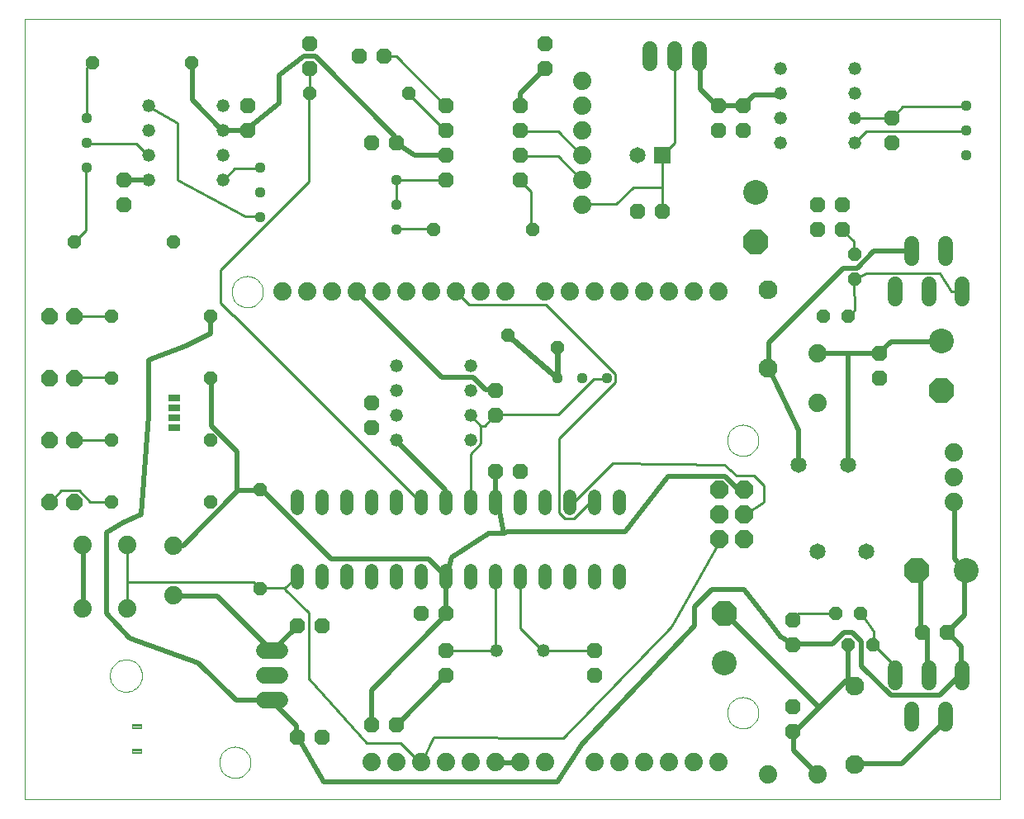
<source format=gtl>
G75*
%MOIN*%
%OFA0B0*%
%FSLAX24Y24*%
%IPPOS*%
%LPD*%
%AMOC8*
5,1,8,0,0,1.08239X$1,22.5*
%
%ADD10C,0.0000*%
%ADD11OC8,0.0630*%
%ADD12C,0.1000*%
%ADD13OC8,0.1000*%
%ADD14C,0.0650*%
%ADD15R,0.0650X0.0650*%
%ADD16C,0.0760*%
%ADD17C,0.0740*%
%ADD18C,0.0520*%
%ADD19C,0.0600*%
%ADD20OC8,0.0660*%
%ADD21R,0.0500X0.0250*%
%ADD22C,0.0040*%
%ADD23OC8,0.0740*%
%ADD24C,0.0440*%
%ADD25OC8,0.0520*%
%ADD26C,0.0520*%
%ADD27C,0.0660*%
%ADD28C,0.0100*%
%ADD29C,0.0197*%
%ADD30C,0.0240*%
%ADD31OC8,0.0560*%
D10*
X000100Y000100D02*
X000100Y031596D01*
X039470Y031596D01*
X039470Y000100D01*
X000100Y000100D01*
X003550Y005100D02*
X003552Y005150D01*
X003558Y005200D01*
X003568Y005250D01*
X003581Y005298D01*
X003598Y005346D01*
X003619Y005392D01*
X003643Y005436D01*
X003671Y005478D01*
X003702Y005518D01*
X003736Y005555D01*
X003773Y005590D01*
X003812Y005621D01*
X003853Y005650D01*
X003897Y005675D01*
X003943Y005697D01*
X003990Y005715D01*
X004038Y005729D01*
X004087Y005740D01*
X004137Y005747D01*
X004187Y005750D01*
X004238Y005749D01*
X004288Y005744D01*
X004338Y005735D01*
X004386Y005723D01*
X004434Y005706D01*
X004480Y005686D01*
X004525Y005663D01*
X004568Y005636D01*
X004608Y005606D01*
X004646Y005573D01*
X004681Y005537D01*
X004714Y005498D01*
X004743Y005457D01*
X004769Y005414D01*
X004792Y005369D01*
X004811Y005322D01*
X004826Y005274D01*
X004838Y005225D01*
X004846Y005175D01*
X004850Y005125D01*
X004850Y005075D01*
X004846Y005025D01*
X004838Y004975D01*
X004826Y004926D01*
X004811Y004878D01*
X004792Y004831D01*
X004769Y004786D01*
X004743Y004743D01*
X004714Y004702D01*
X004681Y004663D01*
X004646Y004627D01*
X004608Y004594D01*
X004568Y004564D01*
X004525Y004537D01*
X004480Y004514D01*
X004434Y004494D01*
X004386Y004477D01*
X004338Y004465D01*
X004288Y004456D01*
X004238Y004451D01*
X004187Y004450D01*
X004137Y004453D01*
X004087Y004460D01*
X004038Y004471D01*
X003990Y004485D01*
X003943Y004503D01*
X003897Y004525D01*
X003853Y004550D01*
X003812Y004579D01*
X003773Y004610D01*
X003736Y004645D01*
X003702Y004682D01*
X003671Y004722D01*
X003643Y004764D01*
X003619Y004808D01*
X003598Y004854D01*
X003581Y004902D01*
X003568Y004950D01*
X003558Y005000D01*
X003552Y005050D01*
X003550Y005100D01*
X007970Y001600D02*
X007972Y001650D01*
X007978Y001700D01*
X007988Y001749D01*
X008002Y001797D01*
X008019Y001844D01*
X008040Y001889D01*
X008065Y001933D01*
X008093Y001974D01*
X008125Y002013D01*
X008159Y002050D01*
X008196Y002084D01*
X008236Y002114D01*
X008278Y002141D01*
X008322Y002165D01*
X008368Y002186D01*
X008415Y002202D01*
X008463Y002215D01*
X008513Y002224D01*
X008562Y002229D01*
X008613Y002230D01*
X008663Y002227D01*
X008712Y002220D01*
X008761Y002209D01*
X008809Y002194D01*
X008855Y002176D01*
X008900Y002154D01*
X008943Y002128D01*
X008984Y002099D01*
X009023Y002067D01*
X009059Y002032D01*
X009091Y001994D01*
X009121Y001954D01*
X009148Y001911D01*
X009171Y001867D01*
X009190Y001821D01*
X009206Y001773D01*
X009218Y001724D01*
X009226Y001675D01*
X009230Y001625D01*
X009230Y001575D01*
X009226Y001525D01*
X009218Y001476D01*
X009206Y001427D01*
X009190Y001379D01*
X009171Y001333D01*
X009148Y001289D01*
X009121Y001246D01*
X009091Y001206D01*
X009059Y001168D01*
X009023Y001133D01*
X008984Y001101D01*
X008943Y001072D01*
X008900Y001046D01*
X008855Y001024D01*
X008809Y001006D01*
X008761Y000991D01*
X008712Y000980D01*
X008663Y000973D01*
X008613Y000970D01*
X008562Y000971D01*
X008513Y000976D01*
X008463Y000985D01*
X008415Y000998D01*
X008368Y001014D01*
X008322Y001035D01*
X008278Y001059D01*
X008236Y001086D01*
X008196Y001116D01*
X008159Y001150D01*
X008125Y001187D01*
X008093Y001226D01*
X008065Y001267D01*
X008040Y001311D01*
X008019Y001356D01*
X008002Y001403D01*
X007988Y001451D01*
X007978Y001500D01*
X007972Y001550D01*
X007970Y001600D01*
X028470Y003600D02*
X028472Y003650D01*
X028478Y003700D01*
X028488Y003749D01*
X028502Y003797D01*
X028519Y003844D01*
X028540Y003889D01*
X028565Y003933D01*
X028593Y003974D01*
X028625Y004013D01*
X028659Y004050D01*
X028696Y004084D01*
X028736Y004114D01*
X028778Y004141D01*
X028822Y004165D01*
X028868Y004186D01*
X028915Y004202D01*
X028963Y004215D01*
X029013Y004224D01*
X029062Y004229D01*
X029113Y004230D01*
X029163Y004227D01*
X029212Y004220D01*
X029261Y004209D01*
X029309Y004194D01*
X029355Y004176D01*
X029400Y004154D01*
X029443Y004128D01*
X029484Y004099D01*
X029523Y004067D01*
X029559Y004032D01*
X029591Y003994D01*
X029621Y003954D01*
X029648Y003911D01*
X029671Y003867D01*
X029690Y003821D01*
X029706Y003773D01*
X029718Y003724D01*
X029726Y003675D01*
X029730Y003625D01*
X029730Y003575D01*
X029726Y003525D01*
X029718Y003476D01*
X029706Y003427D01*
X029690Y003379D01*
X029671Y003333D01*
X029648Y003289D01*
X029621Y003246D01*
X029591Y003206D01*
X029559Y003168D01*
X029523Y003133D01*
X029484Y003101D01*
X029443Y003072D01*
X029400Y003046D01*
X029355Y003024D01*
X029309Y003006D01*
X029261Y002991D01*
X029212Y002980D01*
X029163Y002973D01*
X029113Y002970D01*
X029062Y002971D01*
X029013Y002976D01*
X028963Y002985D01*
X028915Y002998D01*
X028868Y003014D01*
X028822Y003035D01*
X028778Y003059D01*
X028736Y003086D01*
X028696Y003116D01*
X028659Y003150D01*
X028625Y003187D01*
X028593Y003226D01*
X028565Y003267D01*
X028540Y003311D01*
X028519Y003356D01*
X028502Y003403D01*
X028488Y003451D01*
X028478Y003500D01*
X028472Y003550D01*
X028470Y003600D01*
X028470Y014600D02*
X028472Y014650D01*
X028478Y014700D01*
X028488Y014749D01*
X028502Y014797D01*
X028519Y014844D01*
X028540Y014889D01*
X028565Y014933D01*
X028593Y014974D01*
X028625Y015013D01*
X028659Y015050D01*
X028696Y015084D01*
X028736Y015114D01*
X028778Y015141D01*
X028822Y015165D01*
X028868Y015186D01*
X028915Y015202D01*
X028963Y015215D01*
X029013Y015224D01*
X029062Y015229D01*
X029113Y015230D01*
X029163Y015227D01*
X029212Y015220D01*
X029261Y015209D01*
X029309Y015194D01*
X029355Y015176D01*
X029400Y015154D01*
X029443Y015128D01*
X029484Y015099D01*
X029523Y015067D01*
X029559Y015032D01*
X029591Y014994D01*
X029621Y014954D01*
X029648Y014911D01*
X029671Y014867D01*
X029690Y014821D01*
X029706Y014773D01*
X029718Y014724D01*
X029726Y014675D01*
X029730Y014625D01*
X029730Y014575D01*
X029726Y014525D01*
X029718Y014476D01*
X029706Y014427D01*
X029690Y014379D01*
X029671Y014333D01*
X029648Y014289D01*
X029621Y014246D01*
X029591Y014206D01*
X029559Y014168D01*
X029523Y014133D01*
X029484Y014101D01*
X029443Y014072D01*
X029400Y014046D01*
X029355Y014024D01*
X029309Y014006D01*
X029261Y013991D01*
X029212Y013980D01*
X029163Y013973D01*
X029113Y013970D01*
X029062Y013971D01*
X029013Y013976D01*
X028963Y013985D01*
X028915Y013998D01*
X028868Y014014D01*
X028822Y014035D01*
X028778Y014059D01*
X028736Y014086D01*
X028696Y014116D01*
X028659Y014150D01*
X028625Y014187D01*
X028593Y014226D01*
X028565Y014267D01*
X028540Y014311D01*
X028519Y014356D01*
X028502Y014403D01*
X028488Y014451D01*
X028478Y014500D01*
X028472Y014550D01*
X028470Y014600D01*
X008470Y020600D02*
X008472Y020650D01*
X008478Y020700D01*
X008488Y020749D01*
X008502Y020797D01*
X008519Y020844D01*
X008540Y020889D01*
X008565Y020933D01*
X008593Y020974D01*
X008625Y021013D01*
X008659Y021050D01*
X008696Y021084D01*
X008736Y021114D01*
X008778Y021141D01*
X008822Y021165D01*
X008868Y021186D01*
X008915Y021202D01*
X008963Y021215D01*
X009013Y021224D01*
X009062Y021229D01*
X009113Y021230D01*
X009163Y021227D01*
X009212Y021220D01*
X009261Y021209D01*
X009309Y021194D01*
X009355Y021176D01*
X009400Y021154D01*
X009443Y021128D01*
X009484Y021099D01*
X009523Y021067D01*
X009559Y021032D01*
X009591Y020994D01*
X009621Y020954D01*
X009648Y020911D01*
X009671Y020867D01*
X009690Y020821D01*
X009706Y020773D01*
X009718Y020724D01*
X009726Y020675D01*
X009730Y020625D01*
X009730Y020575D01*
X009726Y020525D01*
X009718Y020476D01*
X009706Y020427D01*
X009690Y020379D01*
X009671Y020333D01*
X009648Y020289D01*
X009621Y020246D01*
X009591Y020206D01*
X009559Y020168D01*
X009523Y020133D01*
X009484Y020101D01*
X009443Y020072D01*
X009400Y020046D01*
X009355Y020024D01*
X009309Y020006D01*
X009261Y019991D01*
X009212Y019980D01*
X009163Y019973D01*
X009113Y019970D01*
X009062Y019971D01*
X009013Y019976D01*
X008963Y019985D01*
X008915Y019998D01*
X008868Y020014D01*
X008822Y020035D01*
X008778Y020059D01*
X008736Y020086D01*
X008696Y020116D01*
X008659Y020150D01*
X008625Y020187D01*
X008593Y020226D01*
X008565Y020267D01*
X008540Y020311D01*
X008519Y020356D01*
X008502Y020403D01*
X008488Y020451D01*
X008478Y020500D01*
X008472Y020550D01*
X008470Y020600D01*
D11*
X004100Y024100D03*
X004100Y025100D03*
X009100Y027100D03*
X009100Y028100D03*
X011600Y029600D03*
X011600Y030600D03*
X013600Y030100D03*
X014600Y030100D03*
X017100Y028100D03*
X017100Y027100D03*
X017100Y026100D03*
X017100Y025100D03*
X015100Y026600D03*
X014100Y026600D03*
X020100Y026100D03*
X020100Y025100D03*
X020100Y027100D03*
X020100Y028100D03*
X021100Y029600D03*
X021100Y030600D03*
X028100Y028100D03*
X029100Y028100D03*
X029100Y027100D03*
X028100Y027100D03*
X025850Y023850D03*
X024850Y023850D03*
X032100Y024100D03*
X033100Y024100D03*
X033100Y023100D03*
X032100Y023100D03*
X035100Y026600D03*
X035100Y027600D03*
X034600Y018100D03*
X034600Y017100D03*
X031100Y007350D03*
X031100Y006350D03*
X031100Y003850D03*
X031100Y002850D03*
X036350Y006850D03*
X037350Y006850D03*
X023100Y006100D03*
X023100Y005100D03*
X017100Y005100D03*
X017100Y006100D03*
X017100Y007600D03*
X016100Y007600D03*
X012100Y007100D03*
X011100Y007100D03*
X014100Y003100D03*
X015100Y003100D03*
X012100Y002600D03*
X011100Y002600D03*
X019100Y013350D03*
X020100Y013350D03*
X019100Y015600D03*
X019100Y016600D03*
X014100Y016100D03*
X014100Y015100D03*
D12*
X028350Y005600D03*
X038100Y009350D03*
X037100Y018600D03*
X029600Y024600D03*
D13*
X029600Y022600D03*
X037100Y016600D03*
X036100Y009350D03*
X028350Y007600D03*
D14*
X032115Y010100D03*
X034085Y010100D03*
X033335Y013600D03*
X031365Y013600D03*
X024850Y026100D03*
D15*
X025850Y026100D03*
D16*
X030100Y020675D03*
X030100Y017525D03*
X033600Y004675D03*
X033600Y001525D03*
D17*
X032100Y001100D03*
X030100Y001100D03*
X028100Y001600D03*
X027100Y001600D03*
X026100Y001600D03*
X025100Y001600D03*
X024100Y001600D03*
X023100Y001600D03*
X021100Y001600D03*
X020100Y001600D03*
X019100Y001600D03*
X018100Y001600D03*
X017100Y001600D03*
X016100Y001600D03*
X015100Y001600D03*
X014100Y001600D03*
X006100Y008350D03*
X004240Y007820D03*
X002460Y007820D03*
X002460Y010380D03*
X004240Y010380D03*
X006100Y010350D03*
X010500Y020600D03*
X011500Y020600D03*
X012500Y020600D03*
X013500Y020600D03*
X014500Y020600D03*
X015500Y020600D03*
X016500Y020600D03*
X017500Y020600D03*
X018500Y020600D03*
X019500Y020600D03*
X021100Y020600D03*
X022100Y020600D03*
X023100Y020600D03*
X024100Y020600D03*
X025100Y020600D03*
X026100Y020600D03*
X027100Y020600D03*
X028100Y020600D03*
X032100Y018100D03*
X032100Y016100D03*
X037600Y014100D03*
X037600Y013100D03*
X037600Y012100D03*
X022600Y024100D03*
X022600Y025100D03*
X022600Y026100D03*
X022600Y027100D03*
X022600Y028100D03*
X022600Y029100D03*
D18*
X030600Y028600D03*
X030600Y029600D03*
X030600Y027600D03*
X030600Y026600D03*
X033600Y026600D03*
X033600Y027600D03*
X033600Y028600D03*
X033600Y029600D03*
X018100Y017600D03*
X018100Y016600D03*
X018100Y015600D03*
X018100Y014600D03*
X015100Y014600D03*
X015100Y015600D03*
X015100Y016600D03*
X015100Y017600D03*
X008100Y025100D03*
X008100Y026100D03*
X008100Y027100D03*
X008100Y028100D03*
X005100Y028100D03*
X005100Y027100D03*
X005100Y026100D03*
X005100Y025100D03*
X019150Y006100D03*
X021050Y006100D03*
D19*
X035260Y005400D02*
X035260Y004800D01*
X036600Y004800D02*
X036600Y005400D01*
X037940Y005400D02*
X037940Y004800D01*
X037270Y003760D02*
X037270Y003160D01*
X035930Y003160D02*
X035930Y003760D01*
X035260Y020300D02*
X035260Y020900D01*
X036600Y020900D02*
X036600Y020300D01*
X037940Y020300D02*
X037940Y020900D01*
X037270Y021940D02*
X037270Y022540D01*
X035930Y022540D02*
X035930Y021940D01*
X027350Y029800D02*
X027350Y030400D01*
X026350Y030400D02*
X026350Y029800D01*
X025350Y029800D02*
X025350Y030400D01*
D20*
X002100Y019600D03*
X001100Y019600D03*
X001100Y017100D03*
X002100Y017100D03*
X002100Y014600D03*
X001100Y014600D03*
X001100Y012100D03*
X002100Y012100D03*
D21*
X006160Y015100D03*
X006160Y015510D03*
X006160Y015910D03*
X006160Y016300D03*
D22*
X004800Y002990D02*
X004440Y002990D01*
X004440Y003150D01*
X004800Y003150D01*
X004800Y002990D01*
X004800Y003029D02*
X004440Y003029D01*
X004440Y003068D02*
X004800Y003068D01*
X004800Y003107D02*
X004440Y003107D01*
X004440Y003146D02*
X004800Y003146D01*
X004800Y001990D02*
X004440Y001990D01*
X004440Y002150D01*
X004800Y002150D01*
X004800Y001990D01*
X004800Y002029D02*
X004440Y002029D01*
X004440Y002068D02*
X004800Y002068D01*
X004800Y002107D02*
X004440Y002107D01*
X004440Y002146D02*
X004800Y002146D01*
D23*
X028150Y010600D03*
X029150Y010600D03*
X029150Y011600D03*
X028150Y011600D03*
X028150Y012600D03*
X029150Y012600D03*
D24*
X023600Y017100D03*
X022600Y017100D03*
X021600Y017100D03*
X015100Y023100D03*
X015100Y024100D03*
X015100Y025100D03*
X009600Y024600D03*
X009600Y023600D03*
X009600Y025600D03*
X002600Y025600D03*
X002600Y026600D03*
X002600Y027600D03*
X038100Y027100D03*
X038100Y026100D03*
X038100Y028100D03*
D25*
X033600Y022100D03*
X033600Y021100D03*
X033350Y019600D03*
X032350Y019600D03*
X020600Y023100D03*
X016600Y023100D03*
X015600Y028600D03*
X011600Y028600D03*
X006850Y029850D03*
X002850Y029850D03*
X002100Y022600D03*
X003600Y019600D03*
X003600Y017100D03*
X003600Y014600D03*
X003600Y012100D03*
X007600Y012100D03*
X009600Y012600D03*
X007600Y014600D03*
X007600Y017100D03*
X007600Y019600D03*
X006100Y022600D03*
X009600Y008600D03*
X032850Y007600D03*
X033850Y007600D03*
X033350Y006350D03*
X034350Y006350D03*
D26*
X024100Y008840D02*
X024100Y009360D01*
X023100Y009360D02*
X023100Y008840D01*
X022100Y008840D02*
X022100Y009360D01*
X021100Y009360D02*
X021100Y008840D01*
X020100Y008840D02*
X020100Y009360D01*
X019100Y009360D02*
X019100Y008840D01*
X018100Y008840D02*
X018100Y009360D01*
X017100Y009360D02*
X017100Y008840D01*
X016100Y008840D02*
X016100Y009360D01*
X015100Y009360D02*
X015100Y008840D01*
X014100Y008840D02*
X014100Y009360D01*
X013100Y009360D02*
X013100Y008840D01*
X012100Y008840D02*
X012100Y009360D01*
X011100Y009360D02*
X011100Y008840D01*
X011100Y011840D02*
X011100Y012360D01*
X012100Y012360D02*
X012100Y011840D01*
X013100Y011840D02*
X013100Y012360D01*
X014100Y012360D02*
X014100Y011840D01*
X015100Y011840D02*
X015100Y012360D01*
X016100Y012360D02*
X016100Y011840D01*
X017100Y011840D02*
X017100Y012360D01*
X018100Y012360D02*
X018100Y011840D01*
X019100Y011840D02*
X019100Y012360D01*
X020100Y012360D02*
X020100Y011840D01*
X021100Y011840D02*
X021100Y012360D01*
X022100Y012360D02*
X022100Y011840D01*
X023100Y011840D02*
X023100Y012360D01*
X024100Y012360D02*
X024100Y011840D01*
D27*
X010430Y006100D02*
X009770Y006100D01*
X009770Y005100D02*
X010430Y005100D01*
X010430Y004100D02*
X009770Y004100D01*
D28*
X011575Y004979D02*
X011575Y007645D01*
X010626Y008593D01*
X010626Y008638D01*
X011078Y009090D01*
X011100Y009100D01*
X010626Y008638D02*
X009632Y008638D01*
X009600Y008600D01*
X009587Y008638D01*
X009361Y008864D01*
X004256Y008864D01*
X004256Y007825D01*
X004240Y007820D01*
X004256Y008864D02*
X004256Y010355D01*
X004240Y010380D01*
X003600Y012100D02*
X003579Y012117D01*
X002765Y012117D01*
X002314Y012569D01*
X001591Y012569D01*
X001139Y012117D01*
X001100Y012100D01*
X002100Y014600D02*
X002133Y014602D01*
X003579Y014602D01*
X003600Y014600D01*
X003600Y017100D02*
X003579Y017132D01*
X002133Y017132D01*
X002100Y017100D01*
X002100Y019600D02*
X002133Y019617D01*
X003579Y019617D01*
X003600Y019600D01*
X002100Y022600D02*
X002133Y022643D01*
X002585Y023095D01*
X002585Y025580D01*
X002600Y025600D01*
X002630Y026574D02*
X002600Y026600D01*
X002630Y026574D02*
X004618Y026574D01*
X005069Y026122D01*
X005100Y026100D01*
X006271Y025116D02*
X006271Y027408D01*
X005115Y028065D01*
X005100Y028100D01*
X002850Y029850D02*
X002811Y029827D01*
X002630Y029646D01*
X002630Y027613D01*
X002600Y027600D01*
X006271Y025116D02*
X009000Y023637D01*
X009587Y023637D01*
X009600Y023600D01*
X008142Y025128D02*
X008100Y025100D01*
X008142Y025128D02*
X008593Y025580D01*
X009587Y025580D01*
X009600Y025600D01*
X011575Y025038D02*
X011575Y028562D01*
X011600Y028600D01*
X011620Y028607D01*
X011620Y029556D01*
X011600Y029600D01*
X014600Y030100D02*
X014602Y030098D01*
X015099Y030098D01*
X017087Y028110D01*
X017100Y028100D01*
X017087Y027116D02*
X017100Y027100D01*
X017087Y027116D02*
X015641Y028562D01*
X015600Y028600D01*
X015144Y025128D02*
X015100Y025100D01*
X015099Y025083D01*
X015099Y024134D01*
X015100Y024100D01*
X015144Y023140D02*
X015100Y023100D01*
X015144Y023140D02*
X016590Y023140D01*
X016600Y023100D01*
X017100Y025100D02*
X017087Y025128D01*
X015144Y025128D01*
X011575Y025038D02*
X008006Y021469D01*
X008006Y020159D01*
X008503Y019662D01*
X008548Y019662D01*
X016093Y012117D01*
X016100Y012100D01*
X018100Y012100D02*
X018126Y012117D01*
X018126Y014060D01*
X018532Y014466D01*
X018532Y015189D01*
X018668Y015189D01*
X019074Y015596D01*
X019100Y015600D01*
X019120Y015641D01*
X021650Y015641D01*
X023095Y017087D01*
X023592Y017087D01*
X023600Y017100D01*
X023954Y016951D02*
X023954Y017267D01*
X021153Y020068D01*
X018035Y020068D01*
X017538Y020565D01*
X017500Y020600D01*
X020565Y023140D02*
X020600Y023100D01*
X020565Y023140D02*
X020565Y024631D01*
X020113Y025083D01*
X020100Y025100D01*
X020113Y026077D02*
X020100Y026100D01*
X020113Y026077D02*
X021650Y026077D01*
X022598Y025128D01*
X022600Y025100D01*
X022643Y024134D02*
X022600Y024100D01*
X022643Y024134D02*
X023996Y024134D01*
X024676Y024815D01*
X025851Y024815D01*
X025851Y023863D01*
X025850Y023850D01*
X025851Y024815D02*
X025851Y026077D01*
X025850Y026100D01*
X025851Y026122D01*
X026348Y026619D01*
X026348Y030098D01*
X026350Y030100D01*
X022598Y026122D02*
X022600Y026100D01*
X022598Y026122D02*
X021650Y027071D01*
X020113Y027071D01*
X020100Y027100D01*
X023954Y016951D02*
X021695Y014692D01*
X021695Y011665D01*
X021921Y011439D01*
X022282Y011439D01*
X022914Y012072D01*
X023095Y012072D01*
X023100Y012100D01*
X022282Y012117D02*
X023842Y013677D01*
X028350Y013600D01*
X028850Y013177D01*
X029559Y013177D01*
X029941Y012795D01*
X029941Y012117D01*
X029194Y011620D01*
X029150Y011600D01*
X028150Y010600D02*
X028110Y010581D01*
X028110Y010446D01*
X026231Y007066D01*
X021850Y002566D01*
X016600Y002600D01*
X016138Y001636D01*
X016100Y001600D01*
X016093Y001636D01*
X016026Y001636D01*
X015283Y002380D01*
X013924Y002380D01*
X011575Y004979D01*
X017100Y006100D02*
X017132Y006109D01*
X019120Y006109D01*
X019150Y006100D01*
X019120Y006154D01*
X019120Y009090D01*
X019100Y009100D01*
X020100Y009100D02*
X020113Y009090D01*
X020113Y007012D01*
X021017Y006109D01*
X021050Y006100D01*
X021062Y006109D01*
X023095Y006109D01*
X023100Y006100D01*
X022282Y012117D02*
X022101Y012117D01*
X022100Y012100D01*
X018532Y015189D02*
X018126Y015596D01*
X018100Y015600D01*
X031100Y007350D02*
X031137Y007374D01*
X031363Y007599D01*
X032808Y007599D01*
X032850Y007600D01*
X033850Y007600D02*
X033893Y007599D01*
X034393Y006877D01*
X034344Y006425D01*
X034350Y006350D01*
X034389Y006334D01*
X035248Y005476D01*
X035248Y005115D01*
X035260Y005100D01*
X034350Y006350D02*
X034344Y006380D01*
X033350Y019600D02*
X033350Y019662D01*
X033600Y019836D01*
X033576Y021062D01*
X033600Y021100D01*
X033621Y021107D01*
X034097Y021333D01*
X037034Y021333D01*
X037507Y020610D01*
X037913Y020610D01*
X037940Y020600D01*
X033600Y022100D02*
X033576Y022101D01*
X033576Y022643D01*
X033125Y023095D01*
X033100Y023100D01*
X033350Y019617D02*
X033350Y019600D01*
X033600Y026600D02*
X033621Y026619D01*
X034073Y027071D01*
X038094Y027071D01*
X038100Y027100D01*
X038094Y028065D02*
X038100Y028100D01*
X038094Y028065D02*
X035564Y028065D01*
X035112Y027613D01*
X035100Y027600D01*
X035067Y027613D01*
X033621Y027613D01*
X033600Y027600D01*
D29*
X030595Y028562D02*
X030600Y028600D01*
X030595Y028562D02*
X029556Y028562D01*
X029104Y028110D01*
X029100Y028100D01*
X029013Y028110D01*
X028200Y028110D01*
X028100Y028100D01*
X028065Y028110D01*
X027387Y028788D01*
X027387Y030098D01*
X027350Y030100D01*
X021100Y029600D02*
X021062Y029556D01*
X020113Y028607D01*
X020113Y028110D01*
X020100Y028100D01*
X017087Y026122D02*
X017100Y026100D01*
X017087Y026122D02*
X015846Y026122D01*
X015144Y026574D01*
X015100Y026600D01*
X015054Y026664D01*
X015054Y026890D01*
X011846Y030098D01*
X011394Y030098D01*
X010382Y029336D01*
X010382Y028203D01*
X009135Y027206D01*
X009100Y027100D01*
X009090Y027116D01*
X008187Y027116D01*
X008100Y027100D01*
X008096Y027116D01*
X006877Y028336D01*
X006877Y029827D01*
X006850Y029850D01*
X005069Y025128D02*
X004121Y025128D01*
X004100Y025100D01*
X005069Y025128D02*
X005100Y025100D01*
X007600Y019600D02*
X007599Y019571D01*
X007599Y018897D01*
X006600Y018397D01*
X005100Y017850D01*
X005100Y015600D01*
X004826Y011623D01*
X004076Y011283D01*
X003419Y010876D01*
X003419Y007599D01*
X004350Y006599D01*
X007100Y005600D01*
X008648Y004121D01*
X010084Y004121D01*
X010100Y004100D01*
X010129Y004030D01*
X011078Y003082D01*
X011078Y002630D01*
X011100Y002600D01*
X011168Y002540D01*
X011189Y002540D01*
X012180Y000799D01*
X021600Y000799D01*
X022600Y002350D01*
X027158Y007124D01*
X027158Y007870D01*
X027860Y008572D01*
X029149Y008572D01*
X030100Y007350D01*
X030600Y006675D01*
X031046Y006425D01*
X031100Y006350D01*
X031137Y006380D01*
X032718Y006380D01*
X033170Y006831D01*
X033531Y006831D01*
X033893Y006470D01*
X033893Y005476D01*
X035067Y004301D01*
X037055Y004301D01*
X037823Y005069D01*
X037940Y005100D01*
X037913Y005115D01*
X037913Y006289D01*
X037371Y006831D01*
X037350Y006850D01*
X037416Y006922D01*
X038049Y007554D01*
X038049Y009271D01*
X038100Y009350D01*
X038094Y009361D01*
X037642Y009813D01*
X037642Y012072D01*
X037600Y012100D01*
X036100Y009350D02*
X036106Y009316D01*
X036287Y009135D01*
X036287Y006922D01*
X036350Y006850D01*
X036377Y006831D01*
X036558Y006651D01*
X036558Y005115D01*
X036600Y005100D01*
X037270Y003460D02*
X037236Y003443D01*
X037169Y003193D01*
X035522Y001546D01*
X033621Y001546D01*
X033600Y001525D01*
X032100Y001100D02*
X032085Y001139D01*
X031137Y002088D01*
X031137Y002811D01*
X031100Y002850D01*
X031227Y002856D01*
X032176Y003805D01*
X028381Y007599D01*
X028350Y007600D01*
X024339Y010918D02*
X019613Y010918D01*
X019434Y010848D01*
X018850Y010850D01*
X017350Y009885D01*
X017222Y009385D01*
X017100Y009100D01*
X017041Y009181D01*
X016409Y009813D01*
X012479Y009813D01*
X009768Y012524D01*
X009678Y012524D01*
X009600Y012600D01*
X009587Y012569D01*
X008729Y012569D01*
X008684Y012659D01*
X008684Y014150D01*
X007645Y015189D01*
X007645Y017087D01*
X007600Y017100D01*
X008729Y012569D02*
X006515Y010355D01*
X006109Y010355D01*
X006100Y010350D01*
X006100Y008350D02*
X006109Y008322D01*
X007870Y008322D01*
X010039Y006154D01*
X010100Y006100D01*
X010129Y006109D01*
X011078Y007057D01*
X011100Y007100D01*
X014105Y004527D02*
X017087Y007509D01*
X017100Y007600D01*
X017132Y007645D01*
X017132Y009090D01*
X017100Y009100D01*
X019434Y010848D02*
X019210Y012072D01*
X019100Y012100D01*
X019120Y012117D01*
X019120Y013337D01*
X019100Y013350D01*
X017087Y012614D02*
X017087Y012117D01*
X017100Y012100D01*
X017087Y012614D02*
X015144Y014557D01*
X015100Y014600D01*
X016951Y017132D02*
X013518Y020565D01*
X013500Y020600D01*
X016951Y017132D02*
X018216Y017132D01*
X018713Y016635D01*
X019074Y016635D01*
X019100Y016600D01*
X024339Y010918D02*
X026077Y013156D01*
X028381Y013156D01*
X028923Y012614D01*
X029149Y012614D01*
X029150Y012600D01*
X031365Y013600D02*
X031363Y013608D01*
X031363Y015023D01*
X030188Y017448D01*
X030100Y017525D01*
X030143Y017538D01*
X030143Y018556D01*
X033146Y021559D01*
X033712Y021559D01*
X034389Y022237D01*
X035925Y022237D01*
X035930Y022240D01*
X035067Y018577D02*
X034661Y018171D01*
X034600Y018100D01*
X034570Y018126D01*
X033350Y018126D01*
X033350Y013608D01*
X033335Y013600D01*
X033350Y018126D02*
X032131Y018126D01*
X032100Y018100D01*
X035067Y018577D02*
X037055Y018577D01*
X037100Y018600D01*
X033350Y006350D02*
X033350Y006334D01*
X033350Y004934D01*
X033260Y004889D01*
X032176Y003805D01*
X033350Y004934D02*
X033576Y004708D01*
X033600Y004675D01*
X020100Y001600D02*
X020068Y001591D01*
X019120Y001591D01*
X019100Y001600D01*
X017087Y005069D02*
X017100Y005100D01*
X017087Y005069D02*
X015144Y003127D01*
X015100Y003100D01*
X014105Y003127D02*
X014100Y003100D01*
X014105Y003127D02*
X014105Y004527D01*
X002494Y007825D02*
X002460Y007820D01*
X002494Y007825D02*
X002494Y010355D01*
X002460Y010380D01*
D30*
X019600Y018850D02*
X021600Y017100D01*
X021600Y018350D01*
D31*
X021600Y018350D03*
X019600Y018850D03*
M02*

</source>
